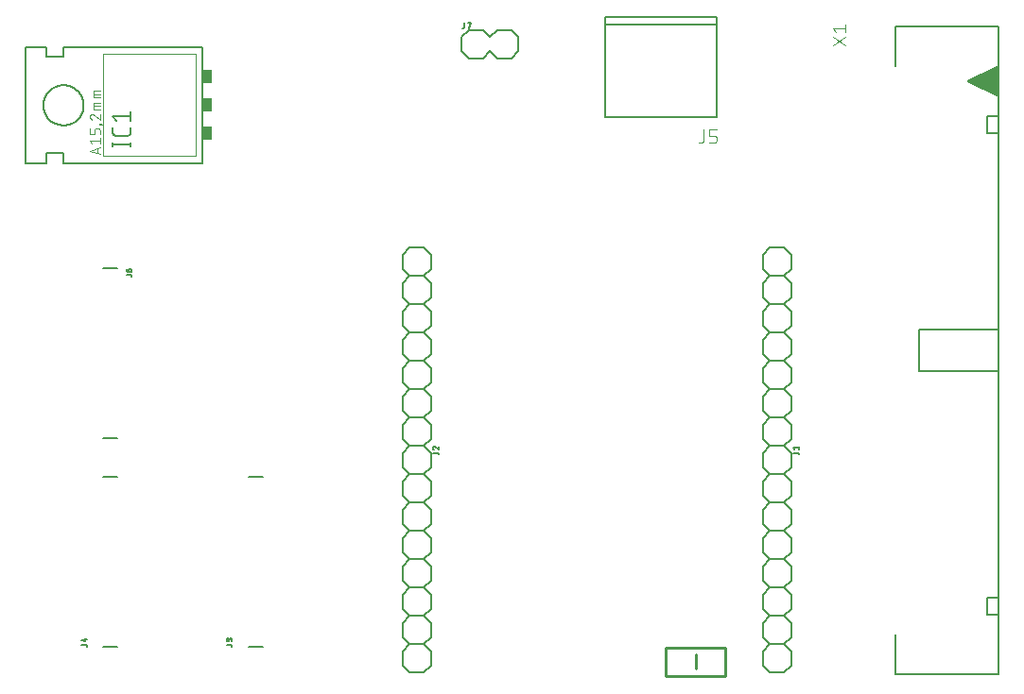
<source format=gbr>
G04 EAGLE Gerber RS-274X export*
G75*
%MOMM*%
%FSLAX34Y34*%
%LPD*%
%INSilkscreen Top*%
%IPPOS*%
%AMOC8*
5,1,8,0,0,1.08239X$1,22.5*%
G01*
%ADD10C,0.152400*%
%ADD11C,0.050800*%
%ADD12C,0.101600*%
%ADD13R,0.889000X1.270000*%
%ADD14C,0.177800*%
%ADD15C,0.127000*%
%ADD16C,0.203200*%
%ADD17C,0.254000*%

G36*
X847430Y562872D02*
X847430Y562872D01*
X847436Y562871D01*
X847567Y562906D01*
X847699Y562938D01*
X847705Y562942D01*
X847711Y562943D01*
X847828Y563012D01*
X847946Y563080D01*
X847950Y563085D01*
X847956Y563089D01*
X848049Y563188D01*
X848143Y563285D01*
X848146Y563291D01*
X848150Y563296D01*
X848212Y563417D01*
X848275Y563537D01*
X848277Y563543D01*
X848280Y563549D01*
X848287Y563593D01*
X848333Y563815D01*
X848330Y563851D01*
X848335Y563880D01*
X848335Y589380D01*
X848334Y589387D01*
X848335Y589393D01*
X848315Y589527D01*
X848295Y589662D01*
X848293Y589667D01*
X848292Y589674D01*
X848235Y589797D01*
X848179Y589921D01*
X848175Y589926D01*
X848172Y589932D01*
X848083Y590035D01*
X847996Y590138D01*
X847990Y590142D01*
X847986Y590146D01*
X847872Y590220D01*
X847759Y590296D01*
X847753Y590297D01*
X847747Y590301D01*
X847617Y590340D01*
X847488Y590381D01*
X847481Y590381D01*
X847475Y590383D01*
X847339Y590385D01*
X847204Y590389D01*
X847197Y590387D01*
X847191Y590387D01*
X847148Y590374D01*
X846929Y590317D01*
X846898Y590298D01*
X846870Y590290D01*
X821120Y577540D01*
X821034Y577481D01*
X820944Y577430D01*
X820917Y577401D01*
X820885Y577379D01*
X820819Y577299D01*
X820747Y577225D01*
X820729Y577190D01*
X820704Y577160D01*
X820663Y577065D01*
X820615Y576973D01*
X820607Y576935D01*
X820591Y576899D01*
X820578Y576797D01*
X820557Y576695D01*
X820560Y576656D01*
X820555Y576617D01*
X820571Y576515D01*
X820579Y576411D01*
X820592Y576375D01*
X820598Y576336D01*
X820642Y576242D01*
X820678Y576145D01*
X820701Y576114D01*
X820718Y576078D01*
X820786Y576000D01*
X820847Y575917D01*
X820876Y575896D01*
X820904Y575864D01*
X821067Y575758D01*
X821120Y575720D01*
X846870Y562970D01*
X846876Y562968D01*
X846881Y562965D01*
X847012Y562923D01*
X847139Y562881D01*
X847146Y562881D01*
X847152Y562879D01*
X847288Y562875D01*
X847424Y562870D01*
X847430Y562872D01*
G37*
D10*
X136100Y502830D02*
X136100Y606970D01*
X-22650Y606970D02*
X-22650Y502830D01*
X11640Y606970D02*
X136100Y606970D01*
X11640Y606970D02*
X11640Y598080D01*
X-3600Y598080D01*
X-3600Y606970D01*
X-22650Y606970D01*
X11640Y502830D02*
X136100Y502830D01*
X11640Y502830D02*
X11640Y511720D01*
X-3600Y511720D01*
X-3600Y502830D01*
X-22650Y502830D01*
D11*
X129750Y509180D02*
X129750Y600620D01*
X47200Y600620D01*
X47200Y509180D01*
X129750Y509180D01*
D10*
X-6394Y554900D02*
X-6389Y555343D01*
X-6372Y555785D01*
X-6345Y556227D01*
X-6307Y556668D01*
X-6258Y557108D01*
X-6199Y557546D01*
X-6128Y557983D01*
X-6047Y558418D01*
X-5956Y558851D01*
X-5854Y559282D01*
X-5741Y559710D01*
X-5617Y560135D01*
X-5484Y560557D01*
X-5340Y560975D01*
X-5186Y561390D01*
X-5021Y561801D01*
X-4847Y562208D01*
X-4663Y562611D01*
X-4468Y563008D01*
X-4265Y563401D01*
X-4051Y563789D01*
X-3828Y564171D01*
X-3596Y564548D01*
X-3355Y564919D01*
X-3104Y565284D01*
X-2845Y565643D01*
X-2577Y565995D01*
X-2300Y566341D01*
X-2016Y566679D01*
X-1722Y567011D01*
X-1421Y567335D01*
X-1112Y567652D01*
X-795Y567961D01*
X-471Y568262D01*
X-139Y568556D01*
X199Y568840D01*
X545Y569117D01*
X897Y569385D01*
X1256Y569644D01*
X1621Y569895D01*
X1992Y570136D01*
X2369Y570368D01*
X2751Y570591D01*
X3139Y570805D01*
X3532Y571008D01*
X3929Y571203D01*
X4332Y571387D01*
X4739Y571561D01*
X5150Y571726D01*
X5565Y571880D01*
X5983Y572024D01*
X6405Y572157D01*
X6830Y572281D01*
X7258Y572394D01*
X7689Y572496D01*
X8122Y572587D01*
X8557Y572668D01*
X8994Y572739D01*
X9432Y572798D01*
X9872Y572847D01*
X10313Y572885D01*
X10755Y572912D01*
X11197Y572929D01*
X11640Y572934D01*
X12083Y572929D01*
X12525Y572912D01*
X12967Y572885D01*
X13408Y572847D01*
X13848Y572798D01*
X14286Y572739D01*
X14723Y572668D01*
X15158Y572587D01*
X15591Y572496D01*
X16022Y572394D01*
X16450Y572281D01*
X16875Y572157D01*
X17297Y572024D01*
X17715Y571880D01*
X18130Y571726D01*
X18541Y571561D01*
X18948Y571387D01*
X19351Y571203D01*
X19748Y571008D01*
X20141Y570805D01*
X20529Y570591D01*
X20911Y570368D01*
X21288Y570136D01*
X21659Y569895D01*
X22024Y569644D01*
X22383Y569385D01*
X22735Y569117D01*
X23081Y568840D01*
X23419Y568556D01*
X23751Y568262D01*
X24075Y567961D01*
X24392Y567652D01*
X24701Y567335D01*
X25002Y567011D01*
X25296Y566679D01*
X25580Y566341D01*
X25857Y565995D01*
X26125Y565643D01*
X26384Y565284D01*
X26635Y564919D01*
X26876Y564548D01*
X27108Y564171D01*
X27331Y563789D01*
X27545Y563401D01*
X27748Y563008D01*
X27943Y562611D01*
X28127Y562208D01*
X28301Y561801D01*
X28466Y561390D01*
X28620Y560975D01*
X28764Y560557D01*
X28897Y560135D01*
X29021Y559710D01*
X29134Y559282D01*
X29236Y558851D01*
X29327Y558418D01*
X29408Y557983D01*
X29479Y557546D01*
X29538Y557108D01*
X29587Y556668D01*
X29625Y556227D01*
X29652Y555785D01*
X29669Y555343D01*
X29674Y554900D01*
X29669Y554457D01*
X29652Y554015D01*
X29625Y553573D01*
X29587Y553132D01*
X29538Y552692D01*
X29479Y552254D01*
X29408Y551817D01*
X29327Y551382D01*
X29236Y550949D01*
X29134Y550518D01*
X29021Y550090D01*
X28897Y549665D01*
X28764Y549243D01*
X28620Y548825D01*
X28466Y548410D01*
X28301Y547999D01*
X28127Y547592D01*
X27943Y547189D01*
X27748Y546792D01*
X27545Y546399D01*
X27331Y546011D01*
X27108Y545629D01*
X26876Y545252D01*
X26635Y544881D01*
X26384Y544516D01*
X26125Y544157D01*
X25857Y543805D01*
X25580Y543459D01*
X25296Y543121D01*
X25002Y542789D01*
X24701Y542465D01*
X24392Y542148D01*
X24075Y541839D01*
X23751Y541538D01*
X23419Y541244D01*
X23081Y540960D01*
X22735Y540683D01*
X22383Y540415D01*
X22024Y540156D01*
X21659Y539905D01*
X21288Y539664D01*
X20911Y539432D01*
X20529Y539209D01*
X20141Y538995D01*
X19748Y538792D01*
X19351Y538597D01*
X18948Y538413D01*
X18541Y538239D01*
X18130Y538074D01*
X17715Y537920D01*
X17297Y537776D01*
X16875Y537643D01*
X16450Y537519D01*
X16022Y537406D01*
X15591Y537304D01*
X15158Y537213D01*
X14723Y537132D01*
X14286Y537061D01*
X13848Y537002D01*
X13408Y536953D01*
X12967Y536915D01*
X12525Y536888D01*
X12083Y536871D01*
X11640Y536866D01*
X11197Y536871D01*
X10755Y536888D01*
X10313Y536915D01*
X9872Y536953D01*
X9432Y537002D01*
X8994Y537061D01*
X8557Y537132D01*
X8122Y537213D01*
X7689Y537304D01*
X7258Y537406D01*
X6830Y537519D01*
X6405Y537643D01*
X5983Y537776D01*
X5565Y537920D01*
X5150Y538074D01*
X4739Y538239D01*
X4332Y538413D01*
X3929Y538597D01*
X3532Y538792D01*
X3139Y538995D01*
X2751Y539209D01*
X2369Y539432D01*
X1992Y539664D01*
X1621Y539905D01*
X1256Y540156D01*
X897Y540415D01*
X545Y540683D01*
X199Y540960D01*
X-139Y541244D01*
X-471Y541538D01*
X-795Y541839D01*
X-1112Y542148D01*
X-1421Y542465D01*
X-1722Y542789D01*
X-2016Y543121D01*
X-2300Y543459D01*
X-2577Y543805D01*
X-2845Y544157D01*
X-3104Y544516D01*
X-3355Y544881D01*
X-3596Y545252D01*
X-3828Y545629D01*
X-4051Y546011D01*
X-4265Y546399D01*
X-4468Y546792D01*
X-4663Y547189D01*
X-4847Y547592D01*
X-5021Y547999D01*
X-5186Y548410D01*
X-5340Y548825D01*
X-5484Y549243D01*
X-5617Y549665D01*
X-5741Y550090D01*
X-5854Y550518D01*
X-5956Y550949D01*
X-6047Y551382D01*
X-6128Y551817D01*
X-6199Y552254D01*
X-6258Y552692D01*
X-6307Y553132D01*
X-6345Y553573D01*
X-6372Y554015D01*
X-6389Y554457D01*
X-6394Y554900D01*
D12*
X35262Y513921D02*
X44152Y510958D01*
X44152Y516885D02*
X35262Y513921D01*
X41930Y516144D02*
X41930Y511699D01*
X37238Y520367D02*
X35262Y522837D01*
X44152Y522837D01*
X44152Y525306D02*
X44152Y520367D01*
X44152Y529283D02*
X44152Y532246D01*
X44150Y532335D01*
X44144Y532423D01*
X44134Y532511D01*
X44120Y532599D01*
X44102Y532686D01*
X44081Y532772D01*
X44055Y532857D01*
X44026Y532940D01*
X43993Y533023D01*
X43956Y533103D01*
X43916Y533182D01*
X43872Y533259D01*
X43825Y533335D01*
X43775Y533407D01*
X43721Y533478D01*
X43664Y533546D01*
X43604Y533612D01*
X43542Y533674D01*
X43476Y533734D01*
X43408Y533791D01*
X43337Y533845D01*
X43265Y533895D01*
X43190Y533942D01*
X43112Y533986D01*
X43033Y534026D01*
X42953Y534063D01*
X42870Y534096D01*
X42787Y534125D01*
X42702Y534151D01*
X42616Y534172D01*
X42529Y534190D01*
X42441Y534204D01*
X42353Y534214D01*
X42265Y534220D01*
X42176Y534222D01*
X41189Y534222D01*
X41103Y534220D01*
X41017Y534214D01*
X40931Y534205D01*
X40846Y534192D01*
X40761Y534175D01*
X40678Y534155D01*
X40595Y534131D01*
X40513Y534103D01*
X40433Y534072D01*
X40354Y534037D01*
X40277Y533999D01*
X40201Y533957D01*
X40127Y533913D01*
X40056Y533865D01*
X39986Y533814D01*
X39919Y533760D01*
X39854Y533703D01*
X39792Y533643D01*
X39732Y533581D01*
X39675Y533516D01*
X39621Y533449D01*
X39570Y533379D01*
X39522Y533308D01*
X39478Y533234D01*
X39436Y533158D01*
X39398Y533081D01*
X39363Y533002D01*
X39332Y532922D01*
X39304Y532840D01*
X39280Y532757D01*
X39260Y532674D01*
X39243Y532589D01*
X39230Y532504D01*
X39221Y532418D01*
X39215Y532332D01*
X39213Y532246D01*
X39213Y529283D01*
X35262Y529283D01*
X35262Y534222D01*
X44152Y537707D02*
X44152Y538201D01*
X44152Y537707D02*
X43658Y537707D01*
X43658Y538201D01*
X44152Y538201D01*
X46128Y537461D01*
X37485Y546704D02*
X37393Y546702D01*
X37301Y546696D01*
X37210Y546687D01*
X37119Y546674D01*
X37029Y546657D01*
X36939Y546636D01*
X36851Y546612D01*
X36763Y546584D01*
X36677Y546552D01*
X36592Y546517D01*
X36509Y546478D01*
X36427Y546436D01*
X36347Y546391D01*
X36269Y546342D01*
X36193Y546290D01*
X36120Y546235D01*
X36048Y546177D01*
X35979Y546117D01*
X35913Y546053D01*
X35849Y545987D01*
X35789Y545918D01*
X35731Y545846D01*
X35676Y545773D01*
X35624Y545697D01*
X35575Y545619D01*
X35530Y545539D01*
X35488Y545457D01*
X35449Y545374D01*
X35414Y545289D01*
X35382Y545203D01*
X35354Y545115D01*
X35330Y545027D01*
X35309Y544937D01*
X35292Y544847D01*
X35279Y544756D01*
X35270Y544665D01*
X35264Y544573D01*
X35262Y544481D01*
X35264Y544375D01*
X35270Y544270D01*
X35280Y544165D01*
X35293Y544060D01*
X35311Y543956D01*
X35332Y543853D01*
X35357Y543750D01*
X35386Y543648D01*
X35419Y543548D01*
X35455Y543449D01*
X35495Y543351D01*
X35539Y543255D01*
X35586Y543160D01*
X35636Y543068D01*
X35690Y542977D01*
X35748Y542888D01*
X35808Y542802D01*
X35872Y542718D01*
X35938Y542636D01*
X36008Y542556D01*
X36081Y542480D01*
X36156Y542406D01*
X36234Y542335D01*
X36315Y542267D01*
X36398Y542201D01*
X36484Y542139D01*
X36571Y542081D01*
X36661Y542025D01*
X36753Y541973D01*
X36847Y541924D01*
X36942Y541879D01*
X37039Y541837D01*
X37138Y541799D01*
X37237Y541765D01*
X39214Y545962D02*
X39145Y546031D01*
X39075Y546097D01*
X39001Y546160D01*
X38925Y546219D01*
X38847Y546276D01*
X38767Y546330D01*
X38684Y546380D01*
X38600Y546427D01*
X38513Y546470D01*
X38425Y546510D01*
X38336Y546546D01*
X38245Y546579D01*
X38153Y546608D01*
X38059Y546633D01*
X37965Y546654D01*
X37870Y546672D01*
X37774Y546685D01*
X37678Y546695D01*
X37582Y546701D01*
X37485Y546703D01*
X39213Y545962D02*
X44152Y541764D01*
X44152Y546703D01*
X44152Y551077D02*
X38225Y551077D01*
X38225Y555522D01*
X38227Y555597D01*
X38233Y555672D01*
X38242Y555746D01*
X38255Y555820D01*
X38272Y555893D01*
X38293Y555966D01*
X38317Y556037D01*
X38345Y556106D01*
X38376Y556175D01*
X38411Y556241D01*
X38449Y556306D01*
X38491Y556369D01*
X38535Y556429D01*
X38583Y556487D01*
X38633Y556543D01*
X38686Y556596D01*
X38742Y556646D01*
X38800Y556694D01*
X38860Y556738D01*
X38923Y556780D01*
X38988Y556818D01*
X39054Y556853D01*
X39123Y556884D01*
X39192Y556912D01*
X39263Y556936D01*
X39336Y556957D01*
X39409Y556974D01*
X39483Y556987D01*
X39557Y556996D01*
X39632Y557002D01*
X39707Y557004D01*
X44152Y557004D01*
X44152Y554040D02*
X38225Y554040D01*
X38225Y561776D02*
X44152Y561776D01*
X38225Y561776D02*
X38225Y566221D01*
X38227Y566296D01*
X38233Y566371D01*
X38242Y566445D01*
X38255Y566519D01*
X38272Y566592D01*
X38293Y566665D01*
X38317Y566736D01*
X38345Y566805D01*
X38376Y566874D01*
X38411Y566940D01*
X38449Y567005D01*
X38491Y567068D01*
X38535Y567128D01*
X38583Y567186D01*
X38633Y567242D01*
X38686Y567295D01*
X38742Y567345D01*
X38800Y567393D01*
X38860Y567437D01*
X38923Y567479D01*
X38988Y567517D01*
X39054Y567552D01*
X39123Y567583D01*
X39192Y567611D01*
X39263Y567635D01*
X39336Y567656D01*
X39409Y567673D01*
X39483Y567686D01*
X39557Y567695D01*
X39632Y567701D01*
X39707Y567703D01*
X39707Y567702D02*
X44152Y567702D01*
X44152Y564739D02*
X38225Y564739D01*
D13*
X140545Y580300D03*
X140545Y554900D03*
X140545Y529500D03*
D14*
X71711Y519467D02*
X55709Y519467D01*
X71711Y517689D02*
X71711Y521245D01*
X55709Y521245D02*
X55709Y517689D01*
X71711Y531039D02*
X71711Y534595D01*
X71711Y531039D02*
X71709Y530923D01*
X71703Y530806D01*
X71694Y530690D01*
X71681Y530575D01*
X71664Y530460D01*
X71643Y530345D01*
X71618Y530232D01*
X71590Y530119D01*
X71558Y530007D01*
X71522Y529896D01*
X71483Y529786D01*
X71440Y529678D01*
X71394Y529571D01*
X71344Y529466D01*
X71291Y529363D01*
X71235Y529261D01*
X71175Y529161D01*
X71112Y529063D01*
X71045Y528968D01*
X70976Y528874D01*
X70904Y528783D01*
X70829Y528694D01*
X70750Y528608D01*
X70669Y528525D01*
X70586Y528444D01*
X70500Y528365D01*
X70411Y528290D01*
X70320Y528218D01*
X70226Y528149D01*
X70131Y528082D01*
X70033Y528019D01*
X69933Y527959D01*
X69831Y527903D01*
X69728Y527850D01*
X69623Y527800D01*
X69516Y527754D01*
X69408Y527711D01*
X69298Y527672D01*
X69187Y527636D01*
X69075Y527604D01*
X68962Y527576D01*
X68849Y527551D01*
X68734Y527530D01*
X68619Y527513D01*
X68504Y527500D01*
X68388Y527491D01*
X68271Y527485D01*
X68155Y527483D01*
X59265Y527483D01*
X59149Y527485D01*
X59032Y527491D01*
X58916Y527500D01*
X58801Y527513D01*
X58686Y527530D01*
X58571Y527551D01*
X58458Y527576D01*
X58345Y527604D01*
X58233Y527636D01*
X58122Y527672D01*
X58012Y527711D01*
X57904Y527754D01*
X57797Y527800D01*
X57692Y527850D01*
X57589Y527903D01*
X57487Y527959D01*
X57387Y528019D01*
X57289Y528082D01*
X57194Y528149D01*
X57100Y528218D01*
X57009Y528290D01*
X56920Y528365D01*
X56834Y528444D01*
X56751Y528525D01*
X56670Y528608D01*
X56591Y528694D01*
X56516Y528783D01*
X56444Y528874D01*
X56375Y528968D01*
X56308Y529063D01*
X56245Y529161D01*
X56185Y529261D01*
X56129Y529363D01*
X56076Y529466D01*
X56026Y529571D01*
X55980Y529678D01*
X55937Y529786D01*
X55898Y529896D01*
X55862Y530007D01*
X55830Y530119D01*
X55802Y530232D01*
X55777Y530345D01*
X55756Y530460D01*
X55739Y530575D01*
X55726Y530690D01*
X55717Y530806D01*
X55711Y530923D01*
X55709Y531039D01*
X55709Y534595D01*
X59265Y540553D02*
X55709Y544998D01*
X71711Y544998D01*
X71711Y540553D02*
X71711Y549443D01*
D10*
X663100Y116150D02*
X663100Y103450D01*
X656750Y97100D01*
X644050Y97100D01*
X637700Y103450D01*
X656750Y97100D02*
X663100Y90750D01*
X663100Y78050D01*
X656750Y71700D01*
X644050Y71700D01*
X637700Y78050D01*
X637700Y90750D01*
X644050Y97100D01*
X663100Y141550D02*
X656750Y147900D01*
X663100Y141550D02*
X663100Y128850D01*
X656750Y122500D01*
X644050Y122500D01*
X637700Y128850D01*
X637700Y141550D01*
X644050Y147900D01*
X656750Y122500D02*
X663100Y116150D01*
X644050Y122500D02*
X637700Y116150D01*
X637700Y103450D01*
X663100Y179650D02*
X663100Y192350D01*
X663100Y179650D02*
X656750Y173300D01*
X644050Y173300D01*
X637700Y179650D01*
X656750Y173300D02*
X663100Y166950D01*
X663100Y154250D01*
X656750Y147900D01*
X644050Y147900D01*
X637700Y154250D01*
X637700Y166950D01*
X644050Y173300D01*
X663100Y217750D02*
X656750Y224100D01*
X663100Y217750D02*
X663100Y205050D01*
X656750Y198700D01*
X644050Y198700D01*
X637700Y205050D01*
X637700Y217750D01*
X644050Y224100D01*
X656750Y198700D02*
X663100Y192350D01*
X644050Y198700D02*
X637700Y192350D01*
X637700Y179650D01*
X663100Y255850D02*
X663100Y268550D01*
X663100Y255850D02*
X656750Y249500D01*
X644050Y249500D01*
X637700Y255850D01*
X656750Y249500D02*
X663100Y243150D01*
X663100Y230450D01*
X656750Y224100D01*
X644050Y224100D01*
X637700Y230450D01*
X637700Y243150D01*
X644050Y249500D01*
X663100Y293950D02*
X656750Y300300D01*
X663100Y293950D02*
X663100Y281250D01*
X656750Y274900D01*
X644050Y274900D01*
X637700Y281250D01*
X637700Y293950D01*
X644050Y300300D01*
X656750Y274900D02*
X663100Y268550D01*
X644050Y274900D02*
X637700Y268550D01*
X637700Y255850D01*
X663100Y332050D02*
X663100Y344750D01*
X663100Y332050D02*
X656750Y325700D01*
X644050Y325700D01*
X637700Y332050D01*
X656750Y325700D02*
X663100Y319350D01*
X663100Y306650D01*
X656750Y300300D01*
X644050Y300300D01*
X637700Y306650D01*
X637700Y319350D01*
X644050Y325700D01*
X663100Y370150D02*
X656750Y376500D01*
X663100Y370150D02*
X663100Y357450D01*
X656750Y351100D01*
X644050Y351100D01*
X637700Y357450D01*
X637700Y370150D01*
X644050Y376500D01*
X656750Y351100D02*
X663100Y344750D01*
X644050Y351100D02*
X637700Y344750D01*
X637700Y332050D01*
X663100Y408250D02*
X663100Y420950D01*
X663100Y408250D02*
X656750Y401900D01*
X644050Y401900D01*
X637700Y408250D01*
X656750Y401900D02*
X663100Y395550D01*
X663100Y382850D01*
X656750Y376500D01*
X644050Y376500D01*
X637700Y382850D01*
X637700Y395550D01*
X644050Y401900D01*
X644050Y427300D02*
X656750Y427300D01*
X663100Y420950D01*
X644050Y427300D02*
X637700Y420950D01*
X637700Y408250D01*
X656750Y71700D02*
X663100Y65350D01*
X663100Y52650D01*
X656750Y46300D01*
X644050Y46300D01*
X637700Y52650D01*
X637700Y65350D01*
X644050Y71700D01*
D15*
X665005Y243236D02*
X668759Y243236D01*
X668824Y243234D01*
X668888Y243228D01*
X668952Y243218D01*
X669016Y243205D01*
X669078Y243187D01*
X669139Y243166D01*
X669199Y243142D01*
X669257Y243113D01*
X669314Y243081D01*
X669368Y243046D01*
X669420Y243008D01*
X669470Y242966D01*
X669517Y242922D01*
X669561Y242875D01*
X669603Y242825D01*
X669641Y242773D01*
X669676Y242719D01*
X669708Y242662D01*
X669737Y242604D01*
X669761Y242544D01*
X669782Y242483D01*
X669800Y242421D01*
X669813Y242357D01*
X669823Y242293D01*
X669829Y242229D01*
X669831Y242164D01*
X669831Y241627D01*
X666077Y246184D02*
X665005Y247524D01*
X669831Y247524D01*
X669831Y246184D02*
X669831Y248865D01*
D10*
X340500Y116150D02*
X340500Y103450D01*
X334150Y97100D01*
X321450Y97100D01*
X315100Y103450D01*
X334150Y97100D02*
X340500Y90750D01*
X340500Y78050D01*
X334150Y71700D01*
X321450Y71700D01*
X315100Y78050D01*
X315100Y90750D01*
X321450Y97100D01*
X340500Y141550D02*
X334150Y147900D01*
X340500Y141550D02*
X340500Y128850D01*
X334150Y122500D01*
X321450Y122500D01*
X315100Y128850D01*
X315100Y141550D01*
X321450Y147900D01*
X334150Y122500D02*
X340500Y116150D01*
X321450Y122500D02*
X315100Y116150D01*
X315100Y103450D01*
X340500Y179650D02*
X340500Y192350D01*
X340500Y179650D02*
X334150Y173300D01*
X321450Y173300D01*
X315100Y179650D01*
X334150Y173300D02*
X340500Y166950D01*
X340500Y154250D01*
X334150Y147900D01*
X321450Y147900D01*
X315100Y154250D01*
X315100Y166950D01*
X321450Y173300D01*
X340500Y217750D02*
X334150Y224100D01*
X340500Y217750D02*
X340500Y205050D01*
X334150Y198700D01*
X321450Y198700D01*
X315100Y205050D01*
X315100Y217750D01*
X321450Y224100D01*
X334150Y198700D02*
X340500Y192350D01*
X321450Y198700D02*
X315100Y192350D01*
X315100Y179650D01*
X340500Y255850D02*
X340500Y268550D01*
X340500Y255850D02*
X334150Y249500D01*
X321450Y249500D01*
X315100Y255850D01*
X334150Y249500D02*
X340500Y243150D01*
X340500Y230450D01*
X334150Y224100D01*
X321450Y224100D01*
X315100Y230450D01*
X315100Y243150D01*
X321450Y249500D01*
X340500Y293950D02*
X334150Y300300D01*
X340500Y293950D02*
X340500Y281250D01*
X334150Y274900D01*
X321450Y274900D01*
X315100Y281250D01*
X315100Y293950D01*
X321450Y300300D01*
X334150Y274900D02*
X340500Y268550D01*
X321450Y274900D02*
X315100Y268550D01*
X315100Y255850D01*
X340500Y332050D02*
X340500Y344750D01*
X340500Y332050D02*
X334150Y325700D01*
X321450Y325700D01*
X315100Y332050D01*
X334150Y325700D02*
X340500Y319350D01*
X340500Y306650D01*
X334150Y300300D01*
X321450Y300300D01*
X315100Y306650D01*
X315100Y319350D01*
X321450Y325700D01*
X340500Y370150D02*
X334150Y376500D01*
X340500Y370150D02*
X340500Y357450D01*
X334150Y351100D01*
X321450Y351100D01*
X315100Y357450D01*
X315100Y370150D01*
X321450Y376500D01*
X334150Y351100D02*
X340500Y344750D01*
X321450Y351100D02*
X315100Y344750D01*
X315100Y332050D01*
X340500Y408250D02*
X340500Y420950D01*
X340500Y408250D02*
X334150Y401900D01*
X321450Y401900D01*
X315100Y408250D01*
X334150Y401900D02*
X340500Y395550D01*
X340500Y382850D01*
X334150Y376500D01*
X321450Y376500D01*
X315100Y382850D01*
X315100Y395550D01*
X321450Y401900D01*
X321450Y427300D02*
X334150Y427300D01*
X340500Y420950D01*
X321450Y427300D02*
X315100Y420950D01*
X315100Y408250D01*
X334150Y71700D02*
X340500Y65350D01*
X340500Y52650D01*
X334150Y46300D01*
X321450Y46300D01*
X315100Y52650D01*
X315100Y65350D01*
X321450Y71700D01*
D15*
X342405Y243236D02*
X346159Y243236D01*
X346224Y243234D01*
X346288Y243228D01*
X346352Y243218D01*
X346416Y243205D01*
X346478Y243187D01*
X346539Y243166D01*
X346599Y243142D01*
X346657Y243113D01*
X346714Y243081D01*
X346768Y243046D01*
X346820Y243008D01*
X346870Y242966D01*
X346917Y242922D01*
X346961Y242875D01*
X347003Y242825D01*
X347041Y242773D01*
X347076Y242719D01*
X347108Y242662D01*
X347137Y242604D01*
X347161Y242544D01*
X347182Y242483D01*
X347200Y242421D01*
X347213Y242357D01*
X347223Y242293D01*
X347229Y242229D01*
X347231Y242164D01*
X347231Y241627D01*
X342405Y247658D02*
X342407Y247726D01*
X342413Y247793D01*
X342422Y247860D01*
X342435Y247927D01*
X342452Y247992D01*
X342473Y248057D01*
X342497Y248120D01*
X342525Y248182D01*
X342556Y248242D01*
X342590Y248300D01*
X342628Y248356D01*
X342668Y248411D01*
X342712Y248462D01*
X342759Y248511D01*
X342808Y248558D01*
X342859Y248602D01*
X342914Y248642D01*
X342970Y248680D01*
X343028Y248714D01*
X343088Y248745D01*
X343150Y248773D01*
X343213Y248797D01*
X343278Y248818D01*
X343343Y248835D01*
X343410Y248848D01*
X343477Y248857D01*
X343544Y248863D01*
X343612Y248865D01*
X342405Y247658D02*
X342407Y247580D01*
X342413Y247502D01*
X342423Y247425D01*
X342436Y247348D01*
X342454Y247272D01*
X342475Y247197D01*
X342500Y247123D01*
X342529Y247051D01*
X342561Y246980D01*
X342597Y246911D01*
X342636Y246843D01*
X342679Y246778D01*
X342725Y246715D01*
X342774Y246654D01*
X342826Y246596D01*
X342881Y246541D01*
X342938Y246488D01*
X342998Y246439D01*
X343061Y246392D01*
X343126Y246349D01*
X343192Y246309D01*
X343261Y246272D01*
X343332Y246239D01*
X343404Y246209D01*
X343478Y246183D01*
X344550Y248463D02*
X344501Y248512D01*
X344449Y248559D01*
X344394Y248602D01*
X344337Y248643D01*
X344278Y248681D01*
X344217Y248715D01*
X344154Y248746D01*
X344090Y248774D01*
X344024Y248798D01*
X343958Y248818D01*
X343890Y248835D01*
X343821Y248848D01*
X343752Y248857D01*
X343682Y248863D01*
X343612Y248865D01*
X344550Y248463D02*
X347231Y246184D01*
X347231Y248865D01*
D16*
X189750Y69000D02*
X177050Y69000D01*
X177050Y221400D02*
X189750Y221400D01*
D15*
X161373Y71244D02*
X157619Y71244D01*
X161373Y71243D02*
X161438Y71241D01*
X161502Y71235D01*
X161566Y71225D01*
X161630Y71212D01*
X161692Y71194D01*
X161753Y71173D01*
X161813Y71149D01*
X161871Y71120D01*
X161928Y71088D01*
X161982Y71053D01*
X162034Y71015D01*
X162084Y70973D01*
X162131Y70929D01*
X162175Y70882D01*
X162217Y70832D01*
X162255Y70780D01*
X162290Y70726D01*
X162322Y70669D01*
X162351Y70611D01*
X162375Y70551D01*
X162396Y70490D01*
X162414Y70428D01*
X162427Y70364D01*
X162437Y70300D01*
X162443Y70236D01*
X162445Y70171D01*
X162445Y69635D01*
X162445Y74192D02*
X162445Y75532D01*
X162443Y75603D01*
X162437Y75675D01*
X162428Y75745D01*
X162415Y75815D01*
X162398Y75885D01*
X162377Y75953D01*
X162353Y76020D01*
X162325Y76086D01*
X162294Y76150D01*
X162259Y76213D01*
X162221Y76273D01*
X162180Y76332D01*
X162136Y76388D01*
X162089Y76442D01*
X162040Y76493D01*
X161987Y76541D01*
X161932Y76587D01*
X161875Y76629D01*
X161815Y76669D01*
X161754Y76705D01*
X161690Y76738D01*
X161625Y76767D01*
X161559Y76793D01*
X161491Y76816D01*
X161422Y76835D01*
X161352Y76850D01*
X161282Y76861D01*
X161211Y76869D01*
X161140Y76873D01*
X161068Y76873D01*
X160997Y76869D01*
X160926Y76861D01*
X160856Y76850D01*
X160786Y76835D01*
X160717Y76816D01*
X160649Y76793D01*
X160583Y76767D01*
X160518Y76738D01*
X160454Y76705D01*
X160393Y76669D01*
X160333Y76629D01*
X160276Y76587D01*
X160221Y76541D01*
X160168Y76493D01*
X160119Y76442D01*
X160072Y76388D01*
X160028Y76332D01*
X159987Y76273D01*
X159949Y76213D01*
X159914Y76150D01*
X159883Y76086D01*
X159855Y76020D01*
X159831Y75953D01*
X159810Y75885D01*
X159793Y75815D01*
X159780Y75745D01*
X159771Y75675D01*
X159765Y75603D01*
X159763Y75532D01*
X157619Y75800D02*
X157619Y74192D01*
X157619Y75800D02*
X157621Y75865D01*
X157627Y75929D01*
X157637Y75993D01*
X157650Y76057D01*
X157668Y76119D01*
X157689Y76180D01*
X157713Y76240D01*
X157742Y76298D01*
X157774Y76355D01*
X157809Y76409D01*
X157847Y76461D01*
X157889Y76511D01*
X157933Y76558D01*
X157980Y76602D01*
X158030Y76644D01*
X158082Y76682D01*
X158136Y76717D01*
X158193Y76749D01*
X158251Y76778D01*
X158311Y76802D01*
X158372Y76823D01*
X158434Y76841D01*
X158498Y76854D01*
X158562Y76864D01*
X158626Y76870D01*
X158691Y76872D01*
X158756Y76870D01*
X158820Y76864D01*
X158884Y76854D01*
X158948Y76841D01*
X159010Y76823D01*
X159071Y76802D01*
X159131Y76778D01*
X159189Y76749D01*
X159246Y76717D01*
X159300Y76682D01*
X159352Y76644D01*
X159402Y76602D01*
X159449Y76558D01*
X159493Y76511D01*
X159535Y76461D01*
X159573Y76409D01*
X159608Y76355D01*
X159640Y76298D01*
X159669Y76240D01*
X159693Y76180D01*
X159714Y76119D01*
X159732Y76057D01*
X159745Y75993D01*
X159755Y75929D01*
X159761Y75865D01*
X159763Y75800D01*
X159764Y75800D02*
X159764Y74728D01*
D16*
X59750Y69000D02*
X47050Y69000D01*
X47050Y221400D02*
X59750Y221400D01*
D15*
X31373Y71244D02*
X27619Y71244D01*
X31373Y71243D02*
X31438Y71241D01*
X31502Y71235D01*
X31566Y71225D01*
X31630Y71212D01*
X31692Y71194D01*
X31753Y71173D01*
X31813Y71149D01*
X31871Y71120D01*
X31928Y71088D01*
X31982Y71053D01*
X32034Y71015D01*
X32084Y70973D01*
X32131Y70929D01*
X32175Y70882D01*
X32217Y70832D01*
X32255Y70780D01*
X32290Y70726D01*
X32322Y70669D01*
X32351Y70611D01*
X32375Y70551D01*
X32396Y70490D01*
X32414Y70428D01*
X32427Y70364D01*
X32437Y70300D01*
X32443Y70236D01*
X32445Y70171D01*
X32445Y69635D01*
X31373Y74192D02*
X27619Y75264D01*
X31373Y74192D02*
X31373Y76873D01*
X32445Y76068D02*
X30300Y76068D01*
X496500Y544200D02*
X596500Y544200D01*
X496500Y544200D02*
X496500Y627200D01*
X496500Y634200D01*
X596500Y634200D01*
X596500Y627200D01*
X596500Y544200D01*
X596500Y627200D02*
X496500Y627200D01*
D12*
X584628Y532892D02*
X584628Y523804D01*
X584627Y523804D02*
X584625Y523705D01*
X584619Y523605D01*
X584610Y523506D01*
X584597Y523408D01*
X584580Y523310D01*
X584559Y523212D01*
X584534Y523116D01*
X584506Y523021D01*
X584474Y522927D01*
X584439Y522834D01*
X584400Y522742D01*
X584357Y522652D01*
X584312Y522564D01*
X584262Y522477D01*
X584210Y522393D01*
X584154Y522310D01*
X584096Y522230D01*
X584034Y522152D01*
X583969Y522077D01*
X583901Y522004D01*
X583831Y521934D01*
X583758Y521866D01*
X583683Y521801D01*
X583605Y521739D01*
X583525Y521681D01*
X583442Y521625D01*
X583358Y521573D01*
X583271Y521523D01*
X583183Y521478D01*
X583093Y521435D01*
X583001Y521396D01*
X582908Y521361D01*
X582814Y521329D01*
X582719Y521301D01*
X582623Y521276D01*
X582525Y521255D01*
X582427Y521238D01*
X582329Y521225D01*
X582230Y521216D01*
X582130Y521210D01*
X582031Y521208D01*
X580733Y521208D01*
X589901Y521208D02*
X593796Y521208D01*
X593895Y521210D01*
X593995Y521216D01*
X594094Y521225D01*
X594192Y521238D01*
X594290Y521255D01*
X594388Y521276D01*
X594484Y521301D01*
X594579Y521329D01*
X594673Y521361D01*
X594766Y521396D01*
X594858Y521435D01*
X594948Y521478D01*
X595036Y521523D01*
X595123Y521573D01*
X595207Y521625D01*
X595290Y521681D01*
X595370Y521739D01*
X595448Y521801D01*
X595523Y521866D01*
X595596Y521934D01*
X595666Y522004D01*
X595734Y522077D01*
X595799Y522152D01*
X595861Y522230D01*
X595919Y522310D01*
X595975Y522393D01*
X596027Y522477D01*
X596077Y522564D01*
X596122Y522652D01*
X596165Y522742D01*
X596204Y522834D01*
X596239Y522927D01*
X596271Y523021D01*
X596299Y523116D01*
X596324Y523212D01*
X596345Y523310D01*
X596362Y523408D01*
X596375Y523506D01*
X596384Y523605D01*
X596390Y523705D01*
X596392Y523804D01*
X596392Y525103D01*
X596390Y525202D01*
X596384Y525302D01*
X596375Y525401D01*
X596362Y525499D01*
X596345Y525597D01*
X596324Y525695D01*
X596299Y525791D01*
X596271Y525886D01*
X596239Y525980D01*
X596204Y526073D01*
X596165Y526165D01*
X596122Y526255D01*
X596077Y526343D01*
X596027Y526430D01*
X595975Y526514D01*
X595919Y526597D01*
X595861Y526677D01*
X595799Y526755D01*
X595734Y526830D01*
X595666Y526903D01*
X595596Y526973D01*
X595523Y527041D01*
X595448Y527106D01*
X595370Y527168D01*
X595290Y527226D01*
X595207Y527282D01*
X595123Y527334D01*
X595036Y527384D01*
X594948Y527429D01*
X594858Y527472D01*
X594766Y527511D01*
X594673Y527546D01*
X594579Y527578D01*
X594484Y527606D01*
X594388Y527631D01*
X594290Y527652D01*
X594192Y527669D01*
X594094Y527682D01*
X593995Y527691D01*
X593895Y527697D01*
X593796Y527699D01*
X589901Y527699D01*
X589901Y532892D01*
X596392Y532892D01*
D16*
X756620Y44780D02*
X848620Y44780D01*
X848620Y98100D01*
X848620Y112890D01*
X848620Y98100D02*
X838920Y98100D01*
X838920Y112890D01*
X848620Y112890D01*
X848620Y316450D01*
X777970Y316450D01*
X777970Y354110D01*
X848620Y354110D01*
X848620Y316450D01*
X848620Y354110D02*
X848620Y529900D01*
X848620Y544690D01*
X848620Y625780D01*
X756620Y625780D01*
X838920Y529900D02*
X848620Y529900D01*
X838920Y529900D02*
X838920Y544690D01*
X848620Y544690D01*
X756620Y590340D02*
X756620Y625780D01*
X756620Y80350D02*
X756620Y44780D01*
D12*
X711962Y608302D02*
X700278Y616091D01*
X700278Y608302D02*
X711962Y616091D01*
X702874Y620381D02*
X700278Y623626D01*
X711962Y623626D01*
X711962Y620381D02*
X711962Y626872D01*
D16*
X59690Y408940D02*
X46990Y408940D01*
X46990Y256540D02*
X59690Y256540D01*
D15*
X67945Y402676D02*
X71699Y402676D01*
X71764Y402674D01*
X71828Y402668D01*
X71892Y402658D01*
X71956Y402645D01*
X72018Y402627D01*
X72079Y402606D01*
X72139Y402582D01*
X72197Y402553D01*
X72254Y402521D01*
X72308Y402486D01*
X72360Y402448D01*
X72410Y402406D01*
X72457Y402362D01*
X72501Y402315D01*
X72543Y402265D01*
X72581Y402213D01*
X72616Y402159D01*
X72648Y402102D01*
X72677Y402044D01*
X72701Y401984D01*
X72722Y401923D01*
X72740Y401861D01*
X72753Y401797D01*
X72763Y401733D01*
X72769Y401669D01*
X72771Y401604D01*
X72771Y401067D01*
X70090Y405624D02*
X70090Y407233D01*
X70092Y407298D01*
X70098Y407362D01*
X70108Y407426D01*
X70121Y407490D01*
X70139Y407552D01*
X70160Y407613D01*
X70184Y407673D01*
X70213Y407731D01*
X70245Y407788D01*
X70280Y407842D01*
X70318Y407894D01*
X70360Y407944D01*
X70404Y407991D01*
X70451Y408035D01*
X70501Y408077D01*
X70553Y408115D01*
X70607Y408150D01*
X70664Y408182D01*
X70722Y408211D01*
X70782Y408235D01*
X70843Y408256D01*
X70905Y408274D01*
X70969Y408287D01*
X71033Y408297D01*
X71097Y408303D01*
X71162Y408305D01*
X71430Y408305D01*
X71501Y408303D01*
X71573Y408297D01*
X71643Y408288D01*
X71713Y408275D01*
X71783Y408258D01*
X71851Y408237D01*
X71918Y408213D01*
X71984Y408185D01*
X72048Y408154D01*
X72111Y408119D01*
X72171Y408081D01*
X72230Y408040D01*
X72286Y407996D01*
X72340Y407949D01*
X72391Y407900D01*
X72439Y407847D01*
X72485Y407792D01*
X72527Y407735D01*
X72567Y407675D01*
X72603Y407614D01*
X72636Y407550D01*
X72665Y407485D01*
X72691Y407419D01*
X72714Y407351D01*
X72733Y407282D01*
X72748Y407212D01*
X72759Y407142D01*
X72767Y407071D01*
X72771Y407000D01*
X72771Y406928D01*
X72767Y406857D01*
X72759Y406786D01*
X72748Y406716D01*
X72733Y406646D01*
X72714Y406577D01*
X72691Y406509D01*
X72665Y406443D01*
X72636Y406378D01*
X72603Y406314D01*
X72567Y406253D01*
X72527Y406193D01*
X72485Y406136D01*
X72439Y406081D01*
X72391Y406028D01*
X72340Y405979D01*
X72286Y405932D01*
X72230Y405888D01*
X72171Y405847D01*
X72111Y405809D01*
X72048Y405774D01*
X71984Y405743D01*
X71918Y405715D01*
X71851Y405691D01*
X71783Y405670D01*
X71713Y405653D01*
X71643Y405640D01*
X71573Y405631D01*
X71501Y405625D01*
X71430Y405623D01*
X71430Y405624D02*
X70090Y405624D01*
X69999Y405626D01*
X69908Y405632D01*
X69818Y405641D01*
X69727Y405655D01*
X69638Y405672D01*
X69550Y405693D01*
X69462Y405718D01*
X69375Y405747D01*
X69290Y405779D01*
X69206Y405814D01*
X69124Y405854D01*
X69044Y405896D01*
X68965Y405942D01*
X68889Y405992D01*
X68815Y406044D01*
X68742Y406100D01*
X68673Y406159D01*
X68606Y406220D01*
X68541Y406285D01*
X68480Y406352D01*
X68421Y406421D01*
X68365Y406493D01*
X68313Y406568D01*
X68263Y406644D01*
X68217Y406723D01*
X68175Y406803D01*
X68135Y406885D01*
X68100Y406969D01*
X68068Y407054D01*
X68039Y407141D01*
X68014Y407228D01*
X67993Y407317D01*
X67976Y407406D01*
X67962Y407496D01*
X67953Y407587D01*
X67947Y407678D01*
X67945Y407769D01*
D16*
X374650Y622300D02*
X387350Y622300D01*
X393700Y615950D01*
X393700Y603250D02*
X387350Y596900D01*
X393700Y615950D02*
X400050Y622300D01*
X412750Y622300D01*
X419100Y615950D01*
X419100Y603250D02*
X412750Y596900D01*
X400050Y596900D01*
X393700Y603250D01*
X368300Y603250D02*
X368300Y615950D01*
X374650Y622300D01*
X368300Y603250D02*
X374650Y596900D01*
X387350Y596900D01*
X419100Y603250D02*
X419100Y615950D01*
D15*
X370544Y625277D02*
X370544Y629031D01*
X370543Y625277D02*
X370541Y625212D01*
X370535Y625148D01*
X370525Y625084D01*
X370512Y625020D01*
X370494Y624958D01*
X370473Y624897D01*
X370449Y624837D01*
X370420Y624779D01*
X370388Y624722D01*
X370353Y624668D01*
X370315Y624616D01*
X370273Y624566D01*
X370229Y624519D01*
X370182Y624475D01*
X370132Y624433D01*
X370080Y624395D01*
X370026Y624360D01*
X369969Y624328D01*
X369911Y624299D01*
X369851Y624275D01*
X369790Y624254D01*
X369728Y624236D01*
X369664Y624223D01*
X369600Y624213D01*
X369536Y624207D01*
X369471Y624205D01*
X368935Y624205D01*
X373492Y628495D02*
X373492Y629031D01*
X376173Y629031D01*
X374832Y624205D01*
D17*
X577850Y62070D02*
X577850Y49370D01*
X604520Y43020D02*
X551180Y43020D01*
X551180Y68420D01*
X604520Y68420D01*
X604520Y43020D01*
M02*

</source>
